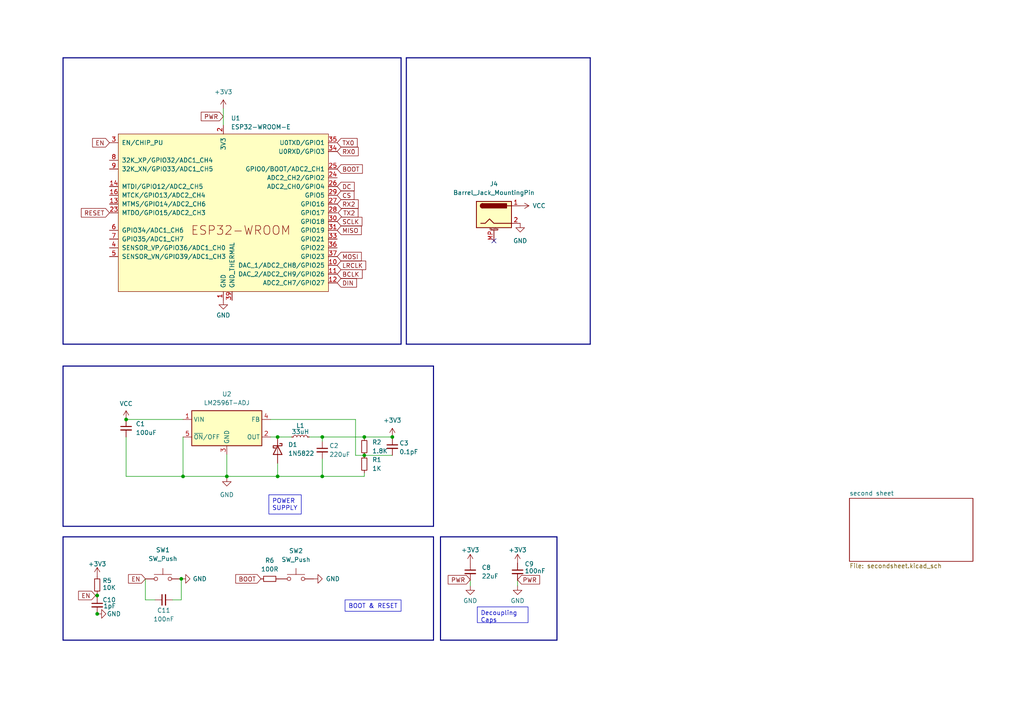
<source format=kicad_sch>
(kicad_sch (version 20230121) (generator eeschema)

  (uuid 08633711-c161-49ed-8d64-a8e5417990b6)

  (paper "A4")

  (lib_symbols
    (symbol "Connector:Barrel_Jack_MountingPin" (pin_names hide) (in_bom yes) (on_board yes)
      (property "Reference" "J" (at 0 5.334 0)
        (effects (font (size 1.27 1.27)))
      )
      (property "Value" "Barrel_Jack_MountingPin" (at 1.27 -6.35 0)
        (effects (font (size 1.27 1.27)) (justify left))
      )
      (property "Footprint" "" (at 1.27 -1.016 0)
        (effects (font (size 1.27 1.27)) hide)
      )
      (property "Datasheet" "~" (at 1.27 -1.016 0)
        (effects (font (size 1.27 1.27)) hide)
      )
      (property "ki_keywords" "DC power barrel jack connector" (at 0 0 0)
        (effects (font (size 1.27 1.27)) hide)
      )
      (property "ki_description" "DC Barrel Jack with a mounting pin" (at 0 0 0)
        (effects (font (size 1.27 1.27)) hide)
      )
      (property "ki_fp_filters" "BarrelJack*" (at 0 0 0)
        (effects (font (size 1.27 1.27)) hide)
      )
      (symbol "Barrel_Jack_MountingPin_0_1"
        (rectangle (start -5.08 3.81) (end 5.08 -3.81)
          (stroke (width 0.254) (type default))
          (fill (type background))
        )
        (arc (start -3.302 3.175) (mid -3.9343 2.54) (end -3.302 1.905)
          (stroke (width 0.254) (type default))
          (fill (type none))
        )
        (arc (start -3.302 3.175) (mid -3.9343 2.54) (end -3.302 1.905)
          (stroke (width 0.254) (type default))
          (fill (type outline))
        )
        (polyline
          (pts
            (xy 5.08 2.54)
            (xy 3.81 2.54)
          )
          (stroke (width 0.254) (type default))
          (fill (type none))
        )
        (polyline
          (pts
            (xy -3.81 -2.54)
            (xy -2.54 -2.54)
            (xy -1.27 -1.27)
            (xy 0 -2.54)
            (xy 2.54 -2.54)
            (xy 5.08 -2.54)
          )
          (stroke (width 0.254) (type default))
          (fill (type none))
        )
        (rectangle (start 3.683 3.175) (end -3.302 1.905)
          (stroke (width 0.254) (type default))
          (fill (type outline))
        )
      )
      (symbol "Barrel_Jack_MountingPin_1_1"
        (polyline
          (pts
            (xy -1.016 -4.572)
            (xy 1.016 -4.572)
          )
          (stroke (width 0.1524) (type default))
          (fill (type none))
        )
        (text "Mounting" (at 0 -4.191 0)
          (effects (font (size 0.381 0.381)))
        )
        (pin passive line (at 7.62 2.54 180) (length 2.54)
          (name "~" (effects (font (size 1.27 1.27))))
          (number "1" (effects (font (size 1.27 1.27))))
        )
        (pin passive line (at 7.62 -2.54 180) (length 2.54)
          (name "~" (effects (font (size 1.27 1.27))))
          (number "2" (effects (font (size 1.27 1.27))))
        )
        (pin passive line (at 0 -7.62 90) (length 3.048)
          (name "MountPin" (effects (font (size 1.27 1.27))))
          (number "MP" (effects (font (size 1.27 1.27))))
        )
      )
    )
    (symbol "Device:C_Small" (pin_numbers hide) (pin_names (offset 0.254) hide) (in_bom yes) (on_board yes)
      (property "Reference" "C" (at 0.254 1.778 0)
        (effects (font (size 1.27 1.27)) (justify left))
      )
      (property "Value" "C_Small" (at 0.254 -2.032 0)
        (effects (font (size 1.27 1.27)) (justify left))
      )
      (property "Footprint" "" (at 0 0 0)
        (effects (font (size 1.27 1.27)) hide)
      )
      (property "Datasheet" "~" (at 0 0 0)
        (effects (font (size 1.27 1.27)) hide)
      )
      (property "ki_keywords" "capacitor cap" (at 0 0 0)
        (effects (font (size 1.27 1.27)) hide)
      )
      (property "ki_description" "Unpolarized capacitor, small symbol" (at 0 0 0)
        (effects (font (size 1.27 1.27)) hide)
      )
      (property "ki_fp_filters" "C_*" (at 0 0 0)
        (effects (font (size 1.27 1.27)) hide)
      )
      (symbol "C_Small_0_1"
        (polyline
          (pts
            (xy -1.524 -0.508)
            (xy 1.524 -0.508)
          )
          (stroke (width 0.3302) (type default))
          (fill (type none))
        )
        (polyline
          (pts
            (xy -1.524 0.508)
            (xy 1.524 0.508)
          )
          (stroke (width 0.3048) (type default))
          (fill (type none))
        )
      )
      (symbol "C_Small_1_1"
        (pin passive line (at 0 2.54 270) (length 2.032)
          (name "~" (effects (font (size 1.27 1.27))))
          (number "1" (effects (font (size 1.27 1.27))))
        )
        (pin passive line (at 0 -2.54 90) (length 2.032)
          (name "~" (effects (font (size 1.27 1.27))))
          (number "2" (effects (font (size 1.27 1.27))))
        )
      )
    )
    (symbol "Device:L_Small" (pin_numbers hide) (pin_names (offset 0.254) hide) (in_bom yes) (on_board yes)
      (property "Reference" "L" (at 0.762 1.016 0)
        (effects (font (size 1.27 1.27)) (justify left))
      )
      (property "Value" "L_Small" (at 0.762 -1.016 0)
        (effects (font (size 1.27 1.27)) (justify left))
      )
      (property "Footprint" "" (at 0 0 0)
        (effects (font (size 1.27 1.27)) hide)
      )
      (property "Datasheet" "~" (at 0 0 0)
        (effects (font (size 1.27 1.27)) hide)
      )
      (property "ki_keywords" "inductor choke coil reactor magnetic" (at 0 0 0)
        (effects (font (size 1.27 1.27)) hide)
      )
      (property "ki_description" "Inductor, small symbol" (at 0 0 0)
        (effects (font (size 1.27 1.27)) hide)
      )
      (property "ki_fp_filters" "Choke_* *Coil* Inductor_* L_*" (at 0 0 0)
        (effects (font (size 1.27 1.27)) hide)
      )
      (symbol "L_Small_0_1"
        (arc (start 0 -2.032) (mid 0.5058 -1.524) (end 0 -1.016)
          (stroke (width 0) (type default))
          (fill (type none))
        )
        (arc (start 0 -1.016) (mid 0.5058 -0.508) (end 0 0)
          (stroke (width 0) (type default))
          (fill (type none))
        )
        (arc (start 0 0) (mid 0.5058 0.508) (end 0 1.016)
          (stroke (width 0) (type default))
          (fill (type none))
        )
        (arc (start 0 1.016) (mid 0.5058 1.524) (end 0 2.032)
          (stroke (width 0) (type default))
          (fill (type none))
        )
      )
      (symbol "L_Small_1_1"
        (pin passive line (at 0 2.54 270) (length 0.508)
          (name "~" (effects (font (size 1.27 1.27))))
          (number "1" (effects (font (size 1.27 1.27))))
        )
        (pin passive line (at 0 -2.54 90) (length 0.508)
          (name "~" (effects (font (size 1.27 1.27))))
          (number "2" (effects (font (size 1.27 1.27))))
        )
      )
    )
    (symbol "Device:R_Small" (pin_numbers hide) (pin_names (offset 0.254) hide) (in_bom yes) (on_board yes)
      (property "Reference" "R" (at 0.762 0.508 0)
        (effects (font (size 1.27 1.27)) (justify left))
      )
      (property "Value" "R_Small" (at 0.762 -1.016 0)
        (effects (font (size 1.27 1.27)) (justify left))
      )
      (property "Footprint" "" (at 0 0 0)
        (effects (font (size 1.27 1.27)) hide)
      )
      (property "Datasheet" "~" (at 0 0 0)
        (effects (font (size 1.27 1.27)) hide)
      )
      (property "ki_keywords" "R resistor" (at 0 0 0)
        (effects (font (size 1.27 1.27)) hide)
      )
      (property "ki_description" "Resistor, small symbol" (at 0 0 0)
        (effects (font (size 1.27 1.27)) hide)
      )
      (property "ki_fp_filters" "R_*" (at 0 0 0)
        (effects (font (size 1.27 1.27)) hide)
      )
      (symbol "R_Small_0_1"
        (rectangle (start -0.762 1.778) (end 0.762 -1.778)
          (stroke (width 0.2032) (type default))
          (fill (type none))
        )
      )
      (symbol "R_Small_1_1"
        (pin passive line (at 0 2.54 270) (length 0.762)
          (name "~" (effects (font (size 1.27 1.27))))
          (number "1" (effects (font (size 1.27 1.27))))
        )
        (pin passive line (at 0 -2.54 90) (length 0.762)
          (name "~" (effects (font (size 1.27 1.27))))
          (number "2" (effects (font (size 1.27 1.27))))
        )
      )
    )
    (symbol "Diode:1N5822" (pin_numbers hide) (pin_names (offset 1.016) hide) (in_bom yes) (on_board yes)
      (property "Reference" "D" (at 0 2.54 0)
        (effects (font (size 1.27 1.27)))
      )
      (property "Value" "1N5822" (at 0 -2.54 0)
        (effects (font (size 1.27 1.27)))
      )
      (property "Footprint" "Diode_THT:D_DO-201AD_P15.24mm_Horizontal" (at 0 -4.445 0)
        (effects (font (size 1.27 1.27)) hide)
      )
      (property "Datasheet" "http://www.vishay.com/docs/88526/1n5820.pdf" (at 0 0 0)
        (effects (font (size 1.27 1.27)) hide)
      )
      (property "ki_keywords" "diode Schottky" (at 0 0 0)
        (effects (font (size 1.27 1.27)) hide)
      )
      (property "ki_description" "40V 3A Schottky Barrier Rectifier Diode, DO-201AD" (at 0 0 0)
        (effects (font (size 1.27 1.27)) hide)
      )
      (property "ki_fp_filters" "D*DO?201AD*" (at 0 0 0)
        (effects (font (size 1.27 1.27)) hide)
      )
      (symbol "1N5822_0_1"
        (polyline
          (pts
            (xy 1.27 0)
            (xy -1.27 0)
          )
          (stroke (width 0) (type default))
          (fill (type none))
        )
        (polyline
          (pts
            (xy 1.27 1.27)
            (xy 1.27 -1.27)
            (xy -1.27 0)
            (xy 1.27 1.27)
          )
          (stroke (width 0.254) (type default))
          (fill (type none))
        )
        (polyline
          (pts
            (xy -1.905 0.635)
            (xy -1.905 1.27)
            (xy -1.27 1.27)
            (xy -1.27 -1.27)
            (xy -0.635 -1.27)
            (xy -0.635 -0.635)
          )
          (stroke (width 0.254) (type default))
          (fill (type none))
        )
      )
      (symbol "1N5822_1_1"
        (pin passive line (at -3.81 0 0) (length 2.54)
          (name "K" (effects (font (size 1.27 1.27))))
          (number "1" (effects (font (size 1.27 1.27))))
        )
        (pin passive line (at 3.81 0 180) (length 2.54)
          (name "A" (effects (font (size 1.27 1.27))))
          (number "2" (effects (font (size 1.27 1.27))))
        )
      )
    )
    (symbol "PCM_Espressif:ESP32-WROOM-E" (pin_names (offset 1.016)) (in_bom yes) (on_board yes)
      (property "Reference" "U" (at -30.48 27.94 0)
        (effects (font (size 1.27 1.27)) (justify left))
      )
      (property "Value" "ESP32-WROOM-E" (at -30.48 25.4 0)
        (effects (font (size 1.27 1.27)) (justify left))
      )
      (property "Footprint" "PCM_Espressif:ESP32-WROOM-32E" (at 0 -35.56 0)
        (effects (font (size 1.27 1.27)) hide)
      )
      (property "Datasheet" "https://www.espressif.com/sites/default/files/documentation/esp32-wroom-32e_esp32-wroom-32ue_datasheet_en.pdf" (at 0 -38.1 0)
        (effects (font (size 1.27 1.27)) hide)
      )
      (property "ki_keywords" "ESP32" (at 0 0 0)
        (effects (font (size 1.27 1.27)) hide)
      )
      (property "ki_description" "ESP32-WROOM-32E integrates ESP32-D0WD-V3, with higher stability and safety performance." (at 0 0 0)
        (effects (font (size 1.27 1.27)) hide)
      )
      (symbol "ESP32-WROOM-E_0_1"
        (rectangle (start -30.48 22.86) (end 30.48 -22.86)
          (stroke (width 0) (type default))
          (fill (type background))
        )
      )
      (symbol "ESP32-WROOM-E_1_1"
        (text "ESP32-­WROOM­" (at 5.08 -5.08 0)
          (effects (font (size 2.54 2.54)))
        )
        (pin power_in line (at 0 -25.4 90) (length 2.54)
          (name "GND" (effects (font (size 1.27 1.27))))
          (number "1" (effects (font (size 1.27 1.27))))
        )
        (pin bidirectional line (at 33.02 -15.24 180) (length 2.54)
          (name "DAC_1/ADC2_CH8/GPIO25" (effects (font (size 1.27 1.27))))
          (number "10" (effects (font (size 1.27 1.27))))
        )
        (pin bidirectional line (at 33.02 -17.78 180) (length 2.54)
          (name "DAC_2/ADC2_CH9/GPIO26" (effects (font (size 1.27 1.27))))
          (number "11" (effects (font (size 1.27 1.27))))
        )
        (pin bidirectional line (at 33.02 -20.32 180) (length 2.54)
          (name "ADC2_CH7/GPIO27" (effects (font (size 1.27 1.27))))
          (number "12" (effects (font (size 1.27 1.27))))
        )
        (pin bidirectional line (at -33.02 2.54 0) (length 2.54)
          (name "MTMS/GPIO14/ADC2_CH6" (effects (font (size 1.27 1.27))))
          (number "13" (effects (font (size 1.27 1.27))))
        )
        (pin bidirectional line (at -33.02 7.62 0) (length 2.54)
          (name "MTDI/GPIO12/ADC2_CH5" (effects (font (size 1.27 1.27))))
          (number "14" (effects (font (size 1.27 1.27))))
        )
        (pin passive line (at 0 -25.4 90) (length 2.54) hide
          (name "GND" (effects (font (size 1.27 1.27))))
          (number "15" (effects (font (size 1.27 1.27))))
        )
        (pin bidirectional line (at -33.02 5.08 0) (length 2.54)
          (name "MTCK/GPIO13/ADC2_CH4" (effects (font (size 1.27 1.27))))
          (number "16" (effects (font (size 1.27 1.27))))
        )
        (pin power_in line (at 0 25.4 270) (length 2.54)
          (name "3V3" (effects (font (size 1.27 1.27))))
          (number "2" (effects (font (size 1.27 1.27))))
        )
        (pin bidirectional line (at -33.02 0 0) (length 2.54)
          (name "MTDO/GPIO15/ADC2_CH3" (effects (font (size 1.27 1.27))))
          (number "23" (effects (font (size 1.27 1.27))))
        )
        (pin bidirectional line (at 33.02 10.16 180) (length 2.54)
          (name "ADC2_CH2/GPIO2" (effects (font (size 1.27 1.27))))
          (number "24" (effects (font (size 1.27 1.27))))
        )
        (pin bidirectional line (at 33.02 12.7 180) (length 2.54)
          (name "GPIO0/BOOT/ADC2_CH1" (effects (font (size 1.27 1.27))))
          (number "25" (effects (font (size 1.27 1.27))))
        )
        (pin bidirectional line (at 33.02 7.62 180) (length 2.54)
          (name "ADC2_CH0/GPIO4" (effects (font (size 1.27 1.27))))
          (number "26" (effects (font (size 1.27 1.27))))
        )
        (pin bidirectional line (at 33.02 2.54 180) (length 2.54)
          (name "GPIO16" (effects (font (size 1.27 1.27))))
          (number "27" (effects (font (size 1.27 1.27))))
        )
        (pin bidirectional line (at 33.02 0 180) (length 2.54)
          (name "GPIO17" (effects (font (size 1.27 1.27))))
          (number "28" (effects (font (size 1.27 1.27))))
        )
        (pin bidirectional line (at 33.02 5.08 180) (length 2.54)
          (name "GPIO5" (effects (font (size 1.27 1.27))))
          (number "29" (effects (font (size 1.27 1.27))))
        )
        (pin input line (at -33.02 20.32 0) (length 2.54)
          (name "EN/CHIP_PU" (effects (font (size 1.27 1.27))))
          (number "3" (effects (font (size 1.27 1.27))))
        )
        (pin bidirectional line (at 33.02 -2.54 180) (length 2.54)
          (name "GPIO18" (effects (font (size 1.27 1.27))))
          (number "30" (effects (font (size 1.27 1.27))))
        )
        (pin bidirectional line (at 33.02 -5.08 180) (length 2.54)
          (name "GPIO19" (effects (font (size 1.27 1.27))))
          (number "31" (effects (font (size 1.27 1.27))))
        )
        (pin bidirectional line (at 33.02 -7.62 180) (length 2.54)
          (name "GPIO21" (effects (font (size 1.27 1.27))))
          (number "33" (effects (font (size 1.27 1.27))))
        )
        (pin bidirectional line (at 33.02 17.78 180) (length 2.54)
          (name "U0RXD/GPIO3" (effects (font (size 1.27 1.27))))
          (number "34" (effects (font (size 1.27 1.27))))
        )
        (pin bidirectional line (at 33.02 20.32 180) (length 2.54)
          (name "U0TXD/GPIO1" (effects (font (size 1.27 1.27))))
          (number "35" (effects (font (size 1.27 1.27))))
        )
        (pin bidirectional line (at 33.02 -10.16 180) (length 2.54)
          (name "GPIO22" (effects (font (size 1.27 1.27))))
          (number "36" (effects (font (size 1.27 1.27))))
        )
        (pin bidirectional line (at 33.02 -12.7 180) (length 2.54)
          (name "GPIO23" (effects (font (size 1.27 1.27))))
          (number "37" (effects (font (size 1.27 1.27))))
        )
        (pin passive line (at 0 -25.4 90) (length 2.54) hide
          (name "GND" (effects (font (size 1.27 1.27))))
          (number "38" (effects (font (size 1.27 1.27))))
        )
        (pin power_in line (at 2.54 -25.4 90) (length 2.54)
          (name "GND_THERMAL" (effects (font (size 1.27 1.27))))
          (number "39" (effects (font (size 1.27 1.27))))
        )
        (pin input line (at -33.02 -10.16 0) (length 2.54)
          (name "SENSOR_VP/GPIO36/ADC1_CH0" (effects (font (size 1.27 1.27))))
          (number "4" (effects (font (size 1.27 1.27))))
        )
        (pin input line (at -33.02 -12.7 0) (length 2.54)
          (name "SENSOR_VN/GPIO39/ADC1_CH3" (effects (font (size 1.27 1.27))))
          (number "5" (effects (font (size 1.27 1.27))))
        )
        (pin input line (at -33.02 -5.08 0) (length 2.54)
          (name "GPIO34/ADC1_CH6" (effects (font (size 1.27 1.27))))
          (number "6" (effects (font (size 1.27 1.27))))
        )
        (pin input line (at -33.02 -7.62 0) (length 2.54)
          (name "GPIO35/ADC1_CH7" (effects (font (size 1.27 1.27))))
          (number "7" (effects (font (size 1.27 1.27))))
        )
        (pin bidirectional line (at -33.02 15.24 0) (length 2.54)
          (name "32K_XP/GPIO32/ADC1_CH4" (effects (font (size 1.27 1.27))))
          (number "8" (effects (font (size 1.27 1.27))))
        )
        (pin bidirectional line (at -33.02 12.7 0) (length 2.54)
          (name "32K_XN/GPIO33/ADC1_CH5" (effects (font (size 1.27 1.27))))
          (number "9" (effects (font (size 1.27 1.27))))
        )
      )
    )
    (symbol "Regulator_Switching:LM2596T-ADJ" (in_bom yes) (on_board yes)
      (property "Reference" "U" (at -10.16 6.35 0)
        (effects (font (size 1.27 1.27)) (justify left))
      )
      (property "Value" "LM2596T-ADJ" (at 0 6.35 0)
        (effects (font (size 1.27 1.27)) (justify left))
      )
      (property "Footprint" "Package_TO_SOT_THT:TO-220-5_P3.4x3.7mm_StaggerOdd_Lead3.8mm_Vertical" (at 1.27 -6.35 0)
        (effects (font (size 1.27 1.27) italic) (justify left) hide)
      )
      (property "Datasheet" "http://www.ti.com/lit/ds/symlink/lm2596.pdf" (at 0 0 0)
        (effects (font (size 1.27 1.27)) hide)
      )
      (property "ki_keywords" "Step-Down Voltage Regulator Adjustable 3A" (at 0 0 0)
        (effects (font (size 1.27 1.27)) hide)
      )
      (property "ki_description" "Adjustable 3A 150kHz Step-Down Voltage Regulator, TO-220" (at 0 0 0)
        (effects (font (size 1.27 1.27)) hide)
      )
      (property "ki_fp_filters" "TO?220*" (at 0 0 0)
        (effects (font (size 1.27 1.27)) hide)
      )
      (symbol "LM2596T-ADJ_0_1"
        (rectangle (start -10.16 5.08) (end 10.16 -5.08)
          (stroke (width 0.254) (type default))
          (fill (type background))
        )
      )
      (symbol "LM2596T-ADJ_1_1"
        (pin power_in line (at -12.7 2.54 0) (length 2.54)
          (name "VIN" (effects (font (size 1.27 1.27))))
          (number "1" (effects (font (size 1.27 1.27))))
        )
        (pin output line (at 12.7 -2.54 180) (length 2.54)
          (name "OUT" (effects (font (size 1.27 1.27))))
          (number "2" (effects (font (size 1.27 1.27))))
        )
        (pin power_in line (at 0 -7.62 90) (length 2.54)
          (name "GND" (effects (font (size 1.27 1.27))))
          (number "3" (effects (font (size 1.27 1.27))))
        )
        (pin input line (at 12.7 2.54 180) (length 2.54)
          (name "FB" (effects (font (size 1.27 1.27))))
          (number "4" (effects (font (size 1.27 1.27))))
        )
        (pin input line (at -12.7 -2.54 0) (length 2.54)
          (name "~{ON}/OFF" (effects (font (size 1.27 1.27))))
          (number "5" (effects (font (size 1.27 1.27))))
        )
      )
    )
    (symbol "Switch:SW_Push" (pin_numbers hide) (pin_names (offset 1.016) hide) (in_bom yes) (on_board yes)
      (property "Reference" "SW" (at 1.27 2.54 0)
        (effects (font (size 1.27 1.27)) (justify left))
      )
      (property "Value" "SW_Push" (at 0 -1.524 0)
        (effects (font (size 1.27 1.27)))
      )
      (property "Footprint" "" (at 0 5.08 0)
        (effects (font (size 1.27 1.27)) hide)
      )
      (property "Datasheet" "~" (at 0 5.08 0)
        (effects (font (size 1.27 1.27)) hide)
      )
      (property "ki_keywords" "switch normally-open pushbutton push-button" (at 0 0 0)
        (effects (font (size 1.27 1.27)) hide)
      )
      (property "ki_description" "Push button switch, generic, two pins" (at 0 0 0)
        (effects (font (size 1.27 1.27)) hide)
      )
      (symbol "SW_Push_0_1"
        (circle (center -2.032 0) (radius 0.508)
          (stroke (width 0) (type default))
          (fill (type none))
        )
        (polyline
          (pts
            (xy 0 1.27)
            (xy 0 3.048)
          )
          (stroke (width 0) (type default))
          (fill (type none))
        )
        (polyline
          (pts
            (xy 2.54 1.27)
            (xy -2.54 1.27)
          )
          (stroke (width 0) (type default))
          (fill (type none))
        )
        (circle (center 2.032 0) (radius 0.508)
          (stroke (width 0) (type default))
          (fill (type none))
        )
        (pin passive line (at -5.08 0 0) (length 2.54)
          (name "1" (effects (font (size 1.27 1.27))))
          (number "1" (effects (font (size 1.27 1.27))))
        )
        (pin passive line (at 5.08 0 180) (length 2.54)
          (name "2" (effects (font (size 1.27 1.27))))
          (number "2" (effects (font (size 1.27 1.27))))
        )
      )
    )
    (symbol "power:+3V3" (power) (pin_names (offset 0)) (in_bom yes) (on_board yes)
      (property "Reference" "#PWR" (at 0 -3.81 0)
        (effects (font (size 1.27 1.27)) hide)
      )
      (property "Value" "+3V3" (at 0 3.556 0)
        (effects (font (size 1.27 1.27)))
      )
      (property "Footprint" "" (at 0 0 0)
        (effects (font (size 1.27 1.27)) hide)
      )
      (property "Datasheet" "" (at 0 0 0)
        (effects (font (size 1.27 1.27)) hide)
      )
      (property "ki_keywords" "global power" (at 0 0 0)
        (effects (font (size 1.27 1.27)) hide)
      )
      (property "ki_description" "Power symbol creates a global label with name \"+3V3\"" (at 0 0 0)
        (effects (font (size 1.27 1.27)) hide)
      )
      (symbol "+3V3_0_1"
        (polyline
          (pts
            (xy -0.762 1.27)
            (xy 0 2.54)
          )
          (stroke (width 0) (type default))
          (fill (type none))
        )
        (polyline
          (pts
            (xy 0 0)
            (xy 0 2.54)
          )
          (stroke (width 0) (type default))
          (fill (type none))
        )
        (polyline
          (pts
            (xy 0 2.54)
            (xy 0.762 1.27)
          )
          (stroke (width 0) (type default))
          (fill (type none))
        )
      )
      (symbol "+3V3_1_1"
        (pin power_in line (at 0 0 90) (length 0) hide
          (name "+3V3" (effects (font (size 1.27 1.27))))
          (number "1" (effects (font (size 1.27 1.27))))
        )
      )
    )
    (symbol "power:GND" (power) (pin_names (offset 0)) (in_bom yes) (on_board yes)
      (property "Reference" "#PWR" (at 0 -6.35 0)
        (effects (font (size 1.27 1.27)) hide)
      )
      (property "Value" "GND" (at 0 -3.81 0)
        (effects (font (size 1.27 1.27)))
      )
      (property "Footprint" "" (at 0 0 0)
        (effects (font (size 1.27 1.27)) hide)
      )
      (property "Datasheet" "" (at 0 0 0)
        (effects (font (size 1.27 1.27)) hide)
      )
      (property "ki_keywords" "global power" (at 0 0 0)
        (effects (font (size 1.27 1.27)) hide)
      )
      (property "ki_description" "Power symbol creates a global label with name \"GND\" , ground" (at 0 0 0)
        (effects (font (size 1.27 1.27)) hide)
      )
      (symbol "GND_0_1"
        (polyline
          (pts
            (xy 0 0)
            (xy 0 -1.27)
            (xy 1.27 -1.27)
            (xy 0 -2.54)
            (xy -1.27 -1.27)
            (xy 0 -1.27)
          )
          (stroke (width 0) (type default))
          (fill (type none))
        )
      )
      (symbol "GND_1_1"
        (pin power_in line (at 0 0 270) (length 0) hide
          (name "GND" (effects (font (size 1.27 1.27))))
          (number "1" (effects (font (size 1.27 1.27))))
        )
      )
    )
    (symbol "power:VCC" (power) (pin_names (offset 0)) (in_bom yes) (on_board yes)
      (property "Reference" "#PWR" (at 0 -3.81 0)
        (effects (font (size 1.27 1.27)) hide)
      )
      (property "Value" "VCC" (at 0 3.81 0)
        (effects (font (size 1.27 1.27)))
      )
      (property "Footprint" "" (at 0 0 0)
        (effects (font (size 1.27 1.27)) hide)
      )
      (property "Datasheet" "" (at 0 0 0)
        (effects (font (size 1.27 1.27)) hide)
      )
      (property "ki_keywords" "global power" (at 0 0 0)
        (effects (font (size 1.27 1.27)) hide)
      )
      (property "ki_description" "Power symbol creates a global label with name \"VCC\"" (at 0 0 0)
        (effects (font (size 1.27 1.27)) hide)
      )
      (symbol "VCC_0_1"
        (polyline
          (pts
            (xy -0.762 1.27)
            (xy 0 2.54)
          )
          (stroke (width 0) (type default))
          (fill (type none))
        )
        (polyline
          (pts
            (xy 0 0)
            (xy 0 2.54)
          )
          (stroke (width 0) (type default))
          (fill (type none))
        )
        (polyline
          (pts
            (xy 0 2.54)
            (xy 0.762 1.27)
          )
          (stroke (width 0) (type default))
          (fill (type none))
        )
      )
      (symbol "VCC_1_1"
        (pin power_in line (at 0 0 90) (length 0) hide
          (name "VCC" (effects (font (size 1.27 1.27))))
          (number "1" (effects (font (size 1.27 1.27))))
        )
      )
    )
  )

  (junction (at 80.518 126.746) (diameter 0) (color 0 0 0 0)
    (uuid 092f3f7d-8d26-4fb7-8a84-c31e7f54af1e)
  )
  (junction (at 52.578 167.894) (diameter 0) (color 0 0 0 0)
    (uuid 1cbde5f2-b8e3-4cd9-a7be-883e34a9d84e)
  )
  (junction (at 113.792 126.746) (diameter 0) (color 0 0 0 0)
    (uuid 1fa266b7-93db-4543-9a21-34eb4dcd3628)
  )
  (junction (at 53.086 138.176) (diameter 0) (color 0 0 0 0)
    (uuid 211ecbd2-c9ee-47e3-b8fc-91c8b081ffab)
  )
  (junction (at 80.518 138.176) (diameter 0) (color 0 0 0 0)
    (uuid 376a690b-e738-496a-b165-875285e67786)
  )
  (junction (at 65.786 138.176) (diameter 0) (color 0 0 0 0)
    (uuid 4e63efec-fa2b-4a16-a5a2-6ef5285827ca)
  )
  (junction (at 36.576 121.666) (diameter 0) (color 0 0 0 0)
    (uuid 55ed7eec-363d-491b-8b12-6ade1313daef)
  )
  (junction (at 28.194 172.72) (diameter 0) (color 0 0 0 0)
    (uuid 5e4bcf0a-ab82-4ec4-8f6f-859a44526904)
  )
  (junction (at 105.664 126.746) (diameter 0) (color 0 0 0 0)
    (uuid 603cced5-0a37-4a5b-a4ef-45ac808ea297)
  )
  (junction (at 93.472 126.746) (diameter 0) (color 0 0 0 0)
    (uuid 6751c5eb-0bb0-45c1-9189-d632c65a7d4d)
  )
  (junction (at 93.472 138.176) (diameter 0) (color 0 0 0 0)
    (uuid a6847a9c-c457-4f9b-ac83-11c3b94e0050)
  )
  (junction (at 105.664 132.08) (diameter 0) (color 0 0 0 0)
    (uuid ae29883a-c0ea-4ff1-a84b-808497e15d1a)
  )
  (junction (at 28.194 178.054) (diameter 0) (color 0 0 0 0)
    (uuid f5a24e36-811f-4f34-b8e8-685269b3057a)
  )

  (no_connect (at 143.256 69.85) (uuid 9cd79fdb-75b5-47fa-8c0c-5e02bd3f8e8f))

  (wire (pts (xy 105.664 137.16) (xy 105.664 138.176))
    (stroke (width 0) (type default))
    (uuid 01a84e37-7233-4b4c-9179-f2755a8d7a38)
  )
  (wire (pts (xy 93.472 126.746) (xy 105.664 126.746))
    (stroke (width 0) (type default))
    (uuid 025d1f27-8eb8-4334-9449-27a025210948)
  )
  (bus (pts (xy 125.73 155.702) (xy 125.73 185.674))
    (stroke (width 0) (type default))
    (uuid 049152a4-a4fa-4d97-89ad-7fe5d800b281)
  )
  (bus (pts (xy 161.544 185.674) (xy 127.762 185.674))
    (stroke (width 0) (type default))
    (uuid 06eb794c-7c77-41b2-b8bc-9510479a625a)
  )

  (wire (pts (xy 42.164 173.99) (xy 44.958 173.99))
    (stroke (width 0) (type default))
    (uuid 074a06fb-7887-4926-a684-7b7d3e672a87)
  )
  (bus (pts (xy 18.288 16.764) (xy 18.288 99.822))
    (stroke (width 0) (type default))
    (uuid 08f46d17-e197-4fc3-93d2-d3aa7af4a8ac)
  )
  (bus (pts (xy 117.856 99.822) (xy 171.196 99.822))
    (stroke (width 0) (type default))
    (uuid 125d6c4c-46a0-4698-9893-d959ae651ad4)
  )
  (bus (pts (xy 116.332 99.822) (xy 116.332 16.764))
    (stroke (width 0) (type default))
    (uuid 16974483-6791-4578-905b-2acdf7d43800)
  )
  (bus (pts (xy 18.288 106.172) (xy 125.73 106.172))
    (stroke (width 0) (type default))
    (uuid 17de7708-0e7b-4787-a563-17c1bcac688b)
  )
  (bus (pts (xy 116.332 16.764) (xy 18.288 16.764))
    (stroke (width 0) (type default))
    (uuid 17f8a83b-017f-4239-9f58-0eb14a82c745)
  )
  (bus (pts (xy 18.288 99.822) (xy 116.332 99.822))
    (stroke (width 0) (type default))
    (uuid 19b264d8-7b28-490a-965f-e3574dc72a4d)
  )

  (wire (pts (xy 78.486 121.666) (xy 103.124 121.666))
    (stroke (width 0) (type default))
    (uuid 21778c0a-a2c8-4aa5-a8c6-68ae7f08a844)
  )
  (wire (pts (xy 80.518 134.366) (xy 80.518 138.176))
    (stroke (width 0) (type default))
    (uuid 28a230c8-64a8-4828-bbdd-37b4b172d630)
  )
  (wire (pts (xy 27.686 172.72) (xy 28.194 172.72))
    (stroke (width 0) (type default))
    (uuid 2a09822d-b440-4152-9506-12c668c2b5c7)
  )
  (wire (pts (xy 89.662 126.746) (xy 93.472 126.746))
    (stroke (width 0) (type default))
    (uuid 2c118d29-0ca9-4294-a6d0-d230bd50047d)
  )
  (wire (pts (xy 80.518 138.176) (xy 93.472 138.176))
    (stroke (width 0) (type default))
    (uuid 2d9f9963-7a91-498e-8acf-4775860c73ec)
  )
  (wire (pts (xy 50.038 173.99) (xy 52.578 173.99))
    (stroke (width 0) (type default))
    (uuid 30f39cfd-a6ce-4610-9f4a-aeb7bf137f63)
  )
  (wire (pts (xy 93.472 126.746) (xy 93.472 128.016))
    (stroke (width 0) (type default))
    (uuid 36ac3ed9-7967-4078-a88a-d3017dafa471)
  )
  (bus (pts (xy 117.856 16.764) (xy 117.856 99.822))
    (stroke (width 0) (type default))
    (uuid 4cb3805f-c775-442b-af62-fd3236143e68)
  )

  (wire (pts (xy 65.786 138.176) (xy 65.786 138.43))
    (stroke (width 0) (type default))
    (uuid 537eec92-b63c-4a6c-9b37-0c13d11ec1b3)
  )
  (bus (pts (xy 127.762 155.702) (xy 161.544 155.702))
    (stroke (width 0) (type default))
    (uuid 5d1a52a2-9483-43a8-a48d-d4c214ab716a)
  )

  (wire (pts (xy 103.124 121.666) (xy 103.124 132.08))
    (stroke (width 0) (type default))
    (uuid 5d530e01-8b60-43ef-853e-7e501e33c968)
  )
  (bus (pts (xy 171.196 99.822) (xy 171.196 16.764))
    (stroke (width 0) (type default))
    (uuid 5d86e78d-2635-4052-97b6-9f9c28469be1)
  )

  (wire (pts (xy 28.194 172.974) (xy 28.194 172.72))
    (stroke (width 0) (type default))
    (uuid 6230396a-5fd4-4a41-b31d-f366dafd6bf6)
  )
  (wire (pts (xy 93.472 133.096) (xy 93.472 138.176))
    (stroke (width 0) (type default))
    (uuid 68613a9a-3f4b-4840-b99a-cfbb7eebd185)
  )
  (wire (pts (xy 136.398 169.926) (xy 136.398 168.402))
    (stroke (width 0) (type default))
    (uuid 6fd50c11-de43-45d9-95a8-db152f64177e)
  )
  (wire (pts (xy 65.786 138.176) (xy 80.518 138.176))
    (stroke (width 0) (type default))
    (uuid 771f8993-607a-473c-a101-86114b6f9a0a)
  )
  (bus (pts (xy 18.288 155.702) (xy 18.288 185.674))
    (stroke (width 0) (type default))
    (uuid 7b569d59-31bd-4401-aa9e-ebe445fb0a8b)
  )

  (wire (pts (xy 36.576 121.666) (xy 53.086 121.666))
    (stroke (width 0) (type default))
    (uuid 7fd1b01f-1bb9-4678-99aa-16eb44be20e4)
  )
  (wire (pts (xy 150.114 169.926) (xy 150.114 168.402))
    (stroke (width 0) (type default))
    (uuid 83dfcca4-4768-43f7-b91a-8fe3f5a96bdb)
  )
  (bus (pts (xy 125.73 106.172) (xy 125.73 152.654))
    (stroke (width 0) (type default))
    (uuid 862465c1-4e53-495c-9c78-d4b195a4ce3c)
  )

  (wire (pts (xy 113.792 126.746) (xy 113.792 127))
    (stroke (width 0) (type default))
    (uuid 8810411a-4f02-45d8-8d0a-aeb6b0afd686)
  )
  (bus (pts (xy 125.73 152.654) (xy 18.288 152.654))
    (stroke (width 0) (type default))
    (uuid 8a524ba7-51b2-405f-a292-f0efe20e5786)
  )

  (wire (pts (xy 36.576 126.746) (xy 36.576 138.176))
    (stroke (width 0) (type default))
    (uuid 8cca592c-289d-4f59-b499-67ba2eecc57b)
  )
  (wire (pts (xy 105.664 126.746) (xy 105.664 127))
    (stroke (width 0) (type default))
    (uuid 959e6b65-226b-4203-a82b-a94b6b3cd738)
  )
  (wire (pts (xy 28.194 172.72) (xy 28.194 172.212))
    (stroke (width 0) (type default))
    (uuid a06abe5d-edf8-467f-8d64-a9de25516dc2)
  )
  (bus (pts (xy 125.73 185.674) (xy 18.288 185.674))
    (stroke (width 0) (type default))
    (uuid a40e49c5-e2c8-456e-93d1-2d6e23125a02)
  )

  (wire (pts (xy 103.124 132.08) (xy 105.664 132.08))
    (stroke (width 0) (type default))
    (uuid a8505236-8a58-467b-a91f-69d351bc62bd)
  )
  (wire (pts (xy 42.164 167.894) (xy 42.164 173.99))
    (stroke (width 0) (type default))
    (uuid a92558b0-1f25-49dc-9976-9d7a9ce31451)
  )
  (wire (pts (xy 105.664 126.746) (xy 113.792 126.746))
    (stroke (width 0) (type default))
    (uuid ab97f672-b935-44f2-921d-9aa95a491e4f)
  )
  (wire (pts (xy 53.086 138.176) (xy 65.786 138.176))
    (stroke (width 0) (type default))
    (uuid b3016294-61b1-4bc0-92ff-4eadf8068b0c)
  )
  (wire (pts (xy 36.576 138.176) (xy 53.086 138.176))
    (stroke (width 0) (type default))
    (uuid b41ff556-3562-43f3-a941-e72d0a09d65a)
  )
  (wire (pts (xy 80.518 126.746) (xy 84.582 126.746))
    (stroke (width 0) (type default))
    (uuid b9187f72-b95b-496c-9642-48db9c0d5953)
  )
  (wire (pts (xy 78.486 126.746) (xy 80.518 126.746))
    (stroke (width 0) (type default))
    (uuid bab9799c-fe77-4404-94ae-40382d1d6743)
  )
  (bus (pts (xy 117.856 16.764) (xy 171.196 16.764))
    (stroke (width 0) (type default))
    (uuid bc849690-5536-42d1-b16a-ac052ab893cf)
  )
  (bus (pts (xy 18.288 155.702) (xy 125.73 155.702))
    (stroke (width 0) (type default))
    (uuid bd9c6f75-6274-4065-8787-a1c989f8bb60)
  )

  (wire (pts (xy 28.194 178.054) (xy 28.194 177.292))
    (stroke (width 0) (type default))
    (uuid d06b7e87-f7b1-40c2-9192-44b45e4a14c5)
  )
  (wire (pts (xy 53.086 126.746) (xy 53.086 138.176))
    (stroke (width 0) (type default))
    (uuid d87387a3-7859-4cad-a403-f0afe6a30601)
  )
  (wire (pts (xy 52.578 173.99) (xy 52.578 167.894))
    (stroke (width 0) (type default))
    (uuid d9bd94f3-6c14-490b-a2bd-23cb5e455f1d)
  )
  (bus (pts (xy 161.544 155.702) (xy 161.544 185.674))
    (stroke (width 0) (type default))
    (uuid db6d0b68-e020-44ed-a1ac-ce9561efb222)
  )

  (wire (pts (xy 105.664 132.08) (xy 113.792 132.08))
    (stroke (width 0) (type default))
    (uuid def6812b-a668-4004-9152-c197a62894be)
  )
  (wire (pts (xy 64.77 31.496) (xy 64.77 36.322))
    (stroke (width 0) (type default))
    (uuid e09d7a3c-114d-4a4d-a33c-e206816a580f)
  )
  (bus (pts (xy 127.762 155.702) (xy 127.762 185.674))
    (stroke (width 0) (type default))
    (uuid e12e64af-d91a-4f08-9f9c-222e86bbe349)
  )

  (wire (pts (xy 93.472 138.176) (xy 105.664 138.176))
    (stroke (width 0) (type default))
    (uuid f04889e6-9b25-41a7-96c2-d44c608e838b)
  )
  (wire (pts (xy 52.324 167.894) (xy 52.578 167.894))
    (stroke (width 0) (type default))
    (uuid fb5a4865-6200-48df-b2e5-2d0d3fca3bbf)
  )
  (wire (pts (xy 65.786 131.826) (xy 65.786 138.176))
    (stroke (width 0) (type default))
    (uuid fecd4adb-d276-44e8-989e-1c074c20a0d2)
  )
  (bus (pts (xy 18.288 106.172) (xy 18.288 152.654))
    (stroke (width 0) (type default))
    (uuid ff22280e-2ed2-487a-b048-81a2ee88422c)
  )

  (text_box "BOOT & RESET "
    (at 100.076 173.99 0) (size 16.256 3.302)
    (stroke (width 0) (type default))
    (fill (type none))
    (effects (font (size 1.27 1.27)) (justify left top))
    (uuid 800e81da-0c5b-4a27-8b7b-02017238ff57)
  )
  (text_box "Decoupling Caps\n"
    (at 138.43 176.022 0) (size 14.732 4.572)
    (stroke (width 0) (type default))
    (fill (type none))
    (effects (font (size 1.27 1.27)) (justify left top))
    (uuid 85cb044e-7e22-4189-8aeb-e3b63ab0a672)
  )
  (text_box "POWER SUPPLY"
    (at 77.978 143.51 0) (size 9.398 5.588)
    (stroke (width 0) (type default))
    (fill (type none))
    (effects (font (size 1.27 1.27)) (justify left top))
    (uuid fb0bde3c-45a4-4cad-b625-93405de6d776)
  )

  (global_label "BOOT" (shape input) (at 97.79 49.022 0) (fields_autoplaced)
    (effects (font (size 1.27 1.27)) (justify left))
    (uuid 28c3abe0-4b41-431c-848b-1587988e251f)
    (property "Intersheetrefs" "${INTERSHEET_REFS}" (at 105.6738 49.022 0)
      (effects (font (size 1.27 1.27)) (justify left) hide)
    )
  )
  (global_label "EN" (shape input) (at 31.75 41.402 180) (fields_autoplaced)
    (effects (font (size 1.27 1.27)) (justify right))
    (uuid 348f48fe-c510-443c-88f3-0f88637a9452)
    (property "Intersheetrefs" "${INTERSHEET_REFS}" (at 26.2853 41.402 0)
      (effects (font (size 1.27 1.27)) (justify right) hide)
    )
  )
  (global_label "TX2" (shape input) (at 98.044 61.722 0) (fields_autoplaced)
    (effects (font (size 1.27 1.27)) (justify left))
    (uuid 3feb5cd3-d019-4832-afb5-79d98a173dcd)
    (property "Intersheetrefs" "${INTERSHEET_REFS}" (at 104.4158 61.722 0)
      (effects (font (size 1.27 1.27)) (justify left) hide)
    )
  )
  (global_label "DC" (shape input) (at 97.79 54.102 0) (fields_autoplaced)
    (effects (font (size 1.27 1.27)) (justify left))
    (uuid 460f2ea4-fad6-4c0a-ab87-e3e4cfc20374)
    (property "Intersheetrefs" "${INTERSHEET_REFS}" (at 103.3152 54.102 0)
      (effects (font (size 1.27 1.27)) (justify left) hide)
    )
  )
  (global_label "PWR" (shape input) (at 150.114 168.148 0) (fields_autoplaced)
    (effects (font (size 1.27 1.27)) (justify left))
    (uuid 4e556ae5-aa36-4a35-b532-9a9bcd80c766)
    (property "Intersheetrefs" "${INTERSHEET_REFS}" (at 157.0906 168.148 0)
      (effects (font (size 1.27 1.27)) (justify left) hide)
    )
  )
  (global_label "BCLK" (shape input) (at 97.79 79.502 0) (fields_autoplaced)
    (effects (font (size 1.27 1.27)) (justify left))
    (uuid 4fce18a9-b936-4fa7-8d83-ab46f4ebf01a)
    (property "Intersheetrefs" "${INTERSHEET_REFS}" (at 105.6133 79.502 0)
      (effects (font (size 1.27 1.27)) (justify left) hide)
    )
  )
  (global_label "MOSI" (shape input) (at 97.79 74.422 0) (fields_autoplaced)
    (effects (font (size 1.27 1.27)) (justify left))
    (uuid 53862f80-c2cc-4f7f-b1aa-70971eae8d8c)
    (property "Intersheetrefs" "${INTERSHEET_REFS}" (at 105.3714 74.422 0)
      (effects (font (size 1.27 1.27)) (justify left) hide)
    )
  )
  (global_label "LRCLK" (shape input) (at 97.79 76.962 0) (fields_autoplaced)
    (effects (font (size 1.27 1.27)) (justify left))
    (uuid 5dd07249-3174-42bb-ac06-a5df7c51eb68)
    (property "Intersheetrefs" "${INTERSHEET_REFS}" (at 106.6414 76.962 0)
      (effects (font (size 1.27 1.27)) (justify left) hide)
    )
  )
  (global_label "MISO" (shape input) (at 97.79 66.802 0) (fields_autoplaced)
    (effects (font (size 1.27 1.27)) (justify left))
    (uuid 5f280668-50c7-4f60-a675-37a2d5a636ee)
    (property "Intersheetrefs" "${INTERSHEET_REFS}" (at 105.3714 66.802 0)
      (effects (font (size 1.27 1.27)) (justify left) hide)
    )
  )
  (global_label "RX0" (shape input) (at 97.79 43.942 0) (fields_autoplaced)
    (effects (font (size 1.27 1.27)) (justify left))
    (uuid 621ea125-543d-4778-b2c9-25b302b2c538)
    (property "Intersheetrefs" "${INTERSHEET_REFS}" (at 104.4642 43.942 0)
      (effects (font (size 1.27 1.27)) (justify left) hide)
    )
  )
  (global_label "PWR" (shape input) (at 64.77 33.782 180) (fields_autoplaced)
    (effects (font (size 1.27 1.27)) (justify right))
    (uuid 6ad6369d-c256-4e98-b4cc-c32a4a254fbc)
    (property "Intersheetrefs" "${INTERSHEET_REFS}" (at 57.7934 33.782 0)
      (effects (font (size 1.27 1.27)) (justify right) hide)
    )
  )
  (global_label "TX0" (shape input) (at 97.79 41.402 0) (fields_autoplaced)
    (effects (font (size 1.27 1.27)) (justify left))
    (uuid 725bec51-439b-4876-8444-fbf35069b0b8)
    (property "Intersheetrefs" "${INTERSHEET_REFS}" (at 104.1618 41.402 0)
      (effects (font (size 1.27 1.27)) (justify left) hide)
    )
  )
  (global_label "RESET" (shape input) (at 31.75 61.722 180) (fields_autoplaced)
    (effects (font (size 1.27 1.27)) (justify right))
    (uuid 743a1593-b0b5-46dc-a661-32943099c54a)
    (property "Intersheetrefs" "${INTERSHEET_REFS}" (at 23.0197 61.722 0)
      (effects (font (size 1.27 1.27)) (justify right) hide)
    )
  )
  (global_label "CS" (shape input) (at 97.79 56.642 0) (fields_autoplaced)
    (effects (font (size 1.27 1.27)) (justify left))
    (uuid 9ad0f2b3-182f-465c-8e49-63bf93290c9b)
    (property "Intersheetrefs" "${INTERSHEET_REFS}" (at 103.2547 56.642 0)
      (effects (font (size 1.27 1.27)) (justify left) hide)
    )
  )
  (global_label "PWR" (shape input) (at 136.398 168.148 180) (fields_autoplaced)
    (effects (font (size 1.27 1.27)) (justify right))
    (uuid ae64b035-8eb2-4aee-ac06-6dc65e135f7d)
    (property "Intersheetrefs" "${INTERSHEET_REFS}" (at 129.4214 168.148 0)
      (effects (font (size 1.27 1.27)) (justify right) hide)
    )
  )
  (global_label "BOOT" (shape input) (at 75.692 167.894 180) (fields_autoplaced)
    (effects (font (size 1.27 1.27)) (justify right))
    (uuid ce986315-aaf2-4bd6-89f5-4873bc73f574)
    (property "Intersheetrefs" "${INTERSHEET_REFS}" (at 67.8082 167.894 0)
      (effects (font (size 1.27 1.27)) (justify right) hide)
    )
  )
  (global_label "EN" (shape input) (at 42.164 167.894 180) (fields_autoplaced)
    (effects (font (size 1.27 1.27)) (justify right))
    (uuid d6705b73-b89c-4149-97c0-8a3580737abb)
    (property "Intersheetrefs" "${INTERSHEET_REFS}" (at 36.6993 167.894 0)
      (effects (font (size 1.27 1.27)) (justify right) hide)
    )
  )
  (global_label "RX2" (shape input) (at 97.79 59.182 0) (fields_autoplaced)
    (effects (font (size 1.27 1.27)) (justify left))
    (uuid d777a385-e213-4b20-bea1-2029396806b1)
    (property "Intersheetrefs" "${INTERSHEET_REFS}" (at 104.4642 59.182 0)
      (effects (font (size 1.27 1.27)) (justify left) hide)
    )
  )
  (global_label "SCLK" (shape input) (at 97.79 64.262 0) (fields_autoplaced)
    (effects (font (size 1.27 1.27)) (justify left))
    (uuid d9ebea8c-74f7-4bc9-a0bf-c1f5dde3ac47)
    (property "Intersheetrefs" "${INTERSHEET_REFS}" (at 105.5528 64.262 0)
      (effects (font (size 1.27 1.27)) (justify left) hide)
    )
  )
  (global_label "DIN" (shape input) (at 97.79 82.042 0) (fields_autoplaced)
    (effects (font (size 1.27 1.27)) (justify left))
    (uuid f7df6dd4-2470-4ccf-b51e-c1388da23412)
    (property "Intersheetrefs" "${INTERSHEET_REFS}" (at 103.9805 82.042 0)
      (effects (font (size 1.27 1.27)) (justify left) hide)
    )
  )
  (global_label "EN" (shape input) (at 27.686 172.72 180) (fields_autoplaced)
    (effects (font (size 1.27 1.27)) (justify right))
    (uuid ff84c894-7008-4a9e-a62e-410808fb3f4f)
    (property "Intersheetrefs" "${INTERSHEET_REFS}" (at 22.2213 172.72 0)
      (effects (font (size 1.27 1.27)) (justify right) hide)
    )
  )

  (symbol (lib_id "Regulator_Switching:LM2596T-ADJ") (at 65.786 124.206 0) (unit 1)
    (in_bom yes) (on_board yes) (dnp no) (fields_autoplaced)
    (uuid 097d7ad4-3ead-4df6-aadb-70eedff61841)
    (property "Reference" "U2" (at 65.786 114.3 0)
      (effects (font (size 1.27 1.27)))
    )
    (property "Value" "LM2596T-ADJ" (at 65.786 116.84 0)
      (effects (font (size 1.27 1.27)))
    )
    (property "Footprint" "Package_TO_SOT_THT:TO-220-5_Vertical" (at 67.056 130.556 0)
      (effects (font (size 1.27 1.27) italic) (justify left) hide)
    )
    (property "Datasheet" "http://www.ti.com/lit/ds/symlink/lm2596.pdf" (at 65.786 124.206 0)
      (effects (font (size 1.27 1.27)) hide)
    )
    (pin "1" (uuid e9c31609-0f16-4fc0-9051-92a8df2a51db))
    (pin "2" (uuid f7e13ba8-f240-412d-b077-455bc93d46d1))
    (pin "3" (uuid 48b68f69-6e12-4035-93a7-23cca8cd9b1e))
    (pin "4" (uuid ae0c13ef-fb4c-4b96-bb05-3cfd93e545e8))
    (pin "5" (uuid 187935a8-8bb4-4f42-a104-8c1c8c886ff9))
    (instances
      (project "esp32_smth"
        (path "/08633711-c161-49ed-8d64-a8e5417990b6"
          (reference "U2") (unit 1)
        )
      )
    )
  )

  (symbol (lib_id "power:+3V3") (at 64.77 31.496 0) (unit 1)
    (in_bom yes) (on_board yes) (dnp no)
    (uuid 130e194e-5027-4630-9bcc-78fdb1dcfb83)
    (property "Reference" "#PWR01" (at 64.77 35.306 0)
      (effects (font (size 1.27 1.27)) hide)
    )
    (property "Value" "+3V3" (at 64.77 26.67 0)
      (effects (font (size 1.27 1.27)))
    )
    (property "Footprint" "" (at 64.77 31.496 0)
      (effects (font (size 1.27 1.27)) hide)
    )
    (property "Datasheet" "" (at 64.77 31.496 0)
      (effects (font (size 1.27 1.27)) hide)
    )
    (pin "1" (uuid ee36a40d-01b9-4a81-b486-49e61e0e031a))
    (instances
      (project "esp32_smth"
        (path "/08633711-c161-49ed-8d64-a8e5417990b6"
          (reference "#PWR01") (unit 1)
        )
      )
    )
  )

  (symbol (lib_id "power:GND") (at 150.876 64.77 0) (unit 1)
    (in_bom yes) (on_board yes) (dnp no) (fields_autoplaced)
    (uuid 23c286ee-7417-4665-a21a-bed09eeab8c0)
    (property "Reference" "#PWR029" (at 150.876 71.12 0)
      (effects (font (size 1.27 1.27)) hide)
    )
    (property "Value" "GND" (at 150.876 69.85 0)
      (effects (font (size 1.27 1.27)))
    )
    (property "Footprint" "" (at 150.876 64.77 0)
      (effects (font (size 1.27 1.27)) hide)
    )
    (property "Datasheet" "" (at 150.876 64.77 0)
      (effects (font (size 1.27 1.27)) hide)
    )
    (pin "1" (uuid 24629819-b92d-434b-bf0f-7cd920b5e3fe))
    (instances
      (project "esp32_smth"
        (path "/08633711-c161-49ed-8d64-a8e5417990b6"
          (reference "#PWR029") (unit 1)
        )
      )
    )
  )

  (symbol (lib_id "PCM_Espressif:ESP32-WROOM-E") (at 64.77 61.722 0) (unit 1)
    (in_bom yes) (on_board yes) (dnp no) (fields_autoplaced)
    (uuid 286477a4-03a2-4b8e-8ef5-39d4da1bfa19)
    (property "Reference" "U1" (at 66.9641 34.29 0)
      (effects (font (size 1.27 1.27)) (justify left))
    )
    (property "Value" "ESP32-WROOM-E" (at 66.9641 36.83 0)
      (effects (font (size 1.27 1.27)) (justify left))
    )
    (property "Footprint" "PCM_Espressif:ESP32-WROOM-32E" (at 64.77 97.282 0)
      (effects (font (size 1.27 1.27)) hide)
    )
    (property "Datasheet" "https://www.espressif.com/sites/default/files/documentation/esp32-wroom-32e_esp32-wroom-32ue_datasheet_en.pdf" (at 64.77 99.822 0)
      (effects (font (size 1.27 1.27)) hide)
    )
    (pin "1" (uuid eb066612-5f4e-4e8f-a1fe-b73cf918c9b6))
    (pin "10" (uuid 966dbf51-5ed0-46fe-a7a8-687793a28162))
    (pin "11" (uuid d345fc49-51e0-4c67-8bb8-14c6401e6fe2))
    (pin "12" (uuid 4322b711-5e2f-4fde-9b8f-879f13407fa8))
    (pin "13" (uuid 6d0a0b32-f905-44a4-999d-b7ee8d460586))
    (pin "14" (uuid 89b2cf19-b42c-48c4-9311-6c8a2a056694))
    (pin "15" (uuid 6fa0a473-d21f-4a3a-a50a-0d4ed49ecf7c))
    (pin "16" (uuid 7b0285ac-04ef-4d95-ad33-ea79e34fc07e))
    (pin "2" (uuid be2e5c85-0e07-44a0-8e53-94ac3b671b9c))
    (pin "23" (uuid 6297c45a-4dc4-44b1-aa0d-1c59c46f6f50))
    (pin "24" (uuid 1c4adcc0-25c3-4975-a58e-413e33a309ee))
    (pin "25" (uuid 15894f95-a4b0-4c87-ad12-676861aebe67))
    (pin "26" (uuid 6b052bf8-005b-4716-b271-6c63017530fd))
    (pin "27" (uuid 4ea40aac-8804-44ea-9cf2-a2de73877528))
    (pin "28" (uuid 2ae09249-3748-4fca-8007-7ca298b38280))
    (pin "29" (uuid 96b17e27-73cd-4f85-b42e-d5230d60c6ac))
    (pin "3" (uuid 877b2e91-893a-46b5-869b-bfb58997b26a))
    (pin "30" (uuid 70b7b7f7-beb5-411a-ac7f-ad1786e2ba22))
    (pin "31" (uuid 58501300-0356-4ae5-928d-c38da48773bd))
    (pin "33" (uuid 14360f04-3748-4f73-8fce-e1b867cc0816))
    (pin "34" (uuid 388b2ffc-ccac-4c9d-b399-a454464d086e))
    (pin "35" (uuid 82cd29ec-ce5b-48d5-9b5e-e1d10d193b6a))
    (pin "36" (uuid 95bf0962-7ebf-478e-a763-06a792720993))
    (pin "37" (uuid cb2d6c14-bb8f-4188-b044-7824b681e89c))
    (pin "38" (uuid dd2e9418-7e91-476d-809b-fb5bff573582))
    (pin "39" (uuid 83e8f589-7775-40cf-8e78-f54f7d456b90))
    (pin "4" (uuid e890880c-0009-4c9e-b5ee-7b5b4ef38de7))
    (pin "5" (uuid e520ca87-3d3e-44cd-95bb-7e3739bc4c1b))
    (pin "6" (uuid f711a51c-a4aa-4c4d-b978-7de344c5d33a))
    (pin "7" (uuid d427e908-c1ca-4981-a6d9-40bdd7926b4e))
    (pin "8" (uuid 050d35b3-d469-4447-8621-431fb7c87d13))
    (pin "9" (uuid 7d44dc42-291b-4090-a89b-6a598cbabe0e))
    (instances
      (project "esp32_smth"
        (path "/08633711-c161-49ed-8d64-a8e5417990b6"
          (reference "U1") (unit 1)
        )
      )
    )
  )

  (symbol (lib_id "power:+3V3") (at 136.398 163.322 0) (unit 1)
    (in_bom yes) (on_board yes) (dnp no)
    (uuid 374e2878-da3b-4459-8fa4-16ac614173ae)
    (property "Reference" "#PWR015" (at 136.398 167.132 0)
      (effects (font (size 1.27 1.27)) hide)
    )
    (property "Value" "+3V3" (at 136.398 159.512 0)
      (effects (font (size 1.27 1.27)))
    )
    (property "Footprint" "" (at 136.398 163.322 0)
      (effects (font (size 1.27 1.27)) hide)
    )
    (property "Datasheet" "" (at 136.398 163.322 0)
      (effects (font (size 1.27 1.27)) hide)
    )
    (pin "1" (uuid b2035d31-9bdf-455c-9eb2-86fdbb18060b))
    (instances
      (project "esp32_smth"
        (path "/08633711-c161-49ed-8d64-a8e5417990b6"
          (reference "#PWR015") (unit 1)
        )
      )
    )
  )

  (symbol (lib_id "Device:C_Small") (at 36.576 124.206 0) (unit 1)
    (in_bom yes) (on_board yes) (dnp no) (fields_autoplaced)
    (uuid 39a7697d-b276-4007-9ecc-ddccc9948a7a)
    (property "Reference" "C1" (at 39.37 122.9423 0)
      (effects (font (size 1.27 1.27)) (justify left))
    )
    (property "Value" "100uF" (at 39.37 125.4823 0)
      (effects (font (size 1.27 1.27)) (justify left))
    )
    (property "Footprint" "Capacitor_SMD:C_1206_3216Metric_Pad1.33x1.80mm_HandSolder" (at 36.576 124.206 0)
      (effects (font (size 1.27 1.27)) hide)
    )
    (property "Datasheet" "~" (at 36.576 124.206 0)
      (effects (font (size 1.27 1.27)) hide)
    )
    (pin "1" (uuid 20de3d6a-ffa0-4086-baa0-a9cc5d8eddd8))
    (pin "2" (uuid 35651990-18c2-4586-8833-6de4bda252db))
    (instances
      (project "esp32_smth"
        (path "/08633711-c161-49ed-8d64-a8e5417990b6"
          (reference "C1") (unit 1)
        )
      )
    )
  )

  (symbol (lib_id "Device:R_Small") (at 78.232 167.894 90) (unit 1)
    (in_bom yes) (on_board yes) (dnp no) (fields_autoplaced)
    (uuid 3b5c4617-aa35-4aa7-9312-4d129f4ffb75)
    (property "Reference" "R6" (at 78.232 162.56 90)
      (effects (font (size 1.27 1.27)))
    )
    (property "Value" "100R" (at 78.232 165.1 90)
      (effects (font (size 1.27 1.27)))
    )
    (property "Footprint" "Resistor_SMD:R_1206_3216Metric_Pad1.30x1.75mm_HandSolder" (at 78.232 167.894 0)
      (effects (font (size 1.27 1.27)) hide)
    )
    (property "Datasheet" "~" (at 78.232 167.894 0)
      (effects (font (size 1.27 1.27)) hide)
    )
    (pin "1" (uuid a3df4f4c-79e3-479f-b97e-2dfbbe4c48e2))
    (pin "2" (uuid 4593a07c-9eea-4ac8-951b-95d9977eb6e9))
    (instances
      (project "esp32_smth"
        (path "/08633711-c161-49ed-8d64-a8e5417990b6"
          (reference "R6") (unit 1)
        )
      )
    )
  )

  (symbol (lib_id "Device:R_Small") (at 105.664 129.54 0) (unit 1)
    (in_bom yes) (on_board yes) (dnp no) (fields_autoplaced)
    (uuid 3f44210b-bea6-4775-8f00-d14698a2c993)
    (property "Reference" "R2" (at 107.95 128.27 0)
      (effects (font (size 1.27 1.27)) (justify left))
    )
    (property "Value" "1.8K" (at 107.95 130.81 0)
      (effects (font (size 1.27 1.27)) (justify left))
    )
    (property "Footprint" "Resistor_SMD:R_1206_3216Metric_Pad1.30x1.75mm_HandSolder" (at 105.664 129.54 0)
      (effects (font (size 1.27 1.27)) hide)
    )
    (property "Datasheet" "~" (at 105.664 129.54 0)
      (effects (font (size 1.27 1.27)) hide)
    )
    (pin "1" (uuid 36dde334-9ccf-4d63-9f85-652bf61ef347))
    (pin "2" (uuid 34f66fbc-4ee4-4f8d-b7a6-290386e0cf5b))
    (instances
      (project "esp32_smth"
        (path "/08633711-c161-49ed-8d64-a8e5417990b6"
          (reference "R2") (unit 1)
        )
      )
    )
  )

  (symbol (lib_id "power:GND") (at 150.114 169.926 0) (unit 1)
    (in_bom yes) (on_board yes) (dnp no) (fields_autoplaced)
    (uuid 48421536-602e-4dda-8117-cd9218f5a845)
    (property "Reference" "#PWR018" (at 150.114 176.276 0)
      (effects (font (size 1.27 1.27)) hide)
    )
    (property "Value" "GND" (at 150.114 174.244 0)
      (effects (font (size 1.27 1.27)))
    )
    (property "Footprint" "" (at 150.114 169.926 0)
      (effects (font (size 1.27 1.27)) hide)
    )
    (property "Datasheet" "" (at 150.114 169.926 0)
      (effects (font (size 1.27 1.27)) hide)
    )
    (pin "1" (uuid 1f530392-784d-481a-b397-743b661817cd))
    (instances
      (project "esp32_smth"
        (path "/08633711-c161-49ed-8d64-a8e5417990b6"
          (reference "#PWR018") (unit 1)
        )
      )
    )
  )

  (symbol (lib_id "power:GND") (at 64.77 87.122 0) (unit 1)
    (in_bom yes) (on_board yes) (dnp no) (fields_autoplaced)
    (uuid 5259e2bd-b634-4cba-9aa3-44625e8c8b30)
    (property "Reference" "#PWR02" (at 64.77 93.472 0)
      (effects (font (size 1.27 1.27)) hide)
    )
    (property "Value" "GND" (at 64.77 91.44 0)
      (effects (font (size 1.27 1.27)))
    )
    (property "Footprint" "" (at 64.77 87.122 0)
      (effects (font (size 1.27 1.27)) hide)
    )
    (property "Datasheet" "" (at 64.77 87.122 0)
      (effects (font (size 1.27 1.27)) hide)
    )
    (pin "1" (uuid 3956b170-f7a4-4b9d-8bb1-b27b9c33698b))
    (instances
      (project "esp32_smth"
        (path "/08633711-c161-49ed-8d64-a8e5417990b6"
          (reference "#PWR02") (unit 1)
        )
      )
    )
  )

  (symbol (lib_id "power:+3V3") (at 150.114 163.322 0) (unit 1)
    (in_bom yes) (on_board yes) (dnp no)
    (uuid 52c547ac-2b5a-476d-9c20-a6a91141d494)
    (property "Reference" "#PWR016" (at 150.114 167.132 0)
      (effects (font (size 1.27 1.27)) hide)
    )
    (property "Value" "+3V3" (at 150.114 159.512 0)
      (effects (font (size 1.27 1.27)))
    )
    (property "Footprint" "" (at 150.114 163.322 0)
      (effects (font (size 1.27 1.27)) hide)
    )
    (property "Datasheet" "" (at 150.114 163.322 0)
      (effects (font (size 1.27 1.27)) hide)
    )
    (pin "1" (uuid ab34956d-c729-4058-8703-48d2fb295c97))
    (instances
      (project "esp32_smth"
        (path "/08633711-c161-49ed-8d64-a8e5417990b6"
          (reference "#PWR016") (unit 1)
        )
      )
    )
  )

  (symbol (lib_id "power:GND") (at 52.578 167.894 90) (unit 1)
    (in_bom yes) (on_board yes) (dnp no) (fields_autoplaced)
    (uuid 600d7bf7-76df-4645-8990-7e0d9e30af45)
    (property "Reference" "#PWR021" (at 58.928 167.894 0)
      (effects (font (size 1.27 1.27)) hide)
    )
    (property "Value" "GND" (at 55.88 167.894 90)
      (effects (font (size 1.27 1.27)) (justify right))
    )
    (property "Footprint" "" (at 52.578 167.894 0)
      (effects (font (size 1.27 1.27)) hide)
    )
    (property "Datasheet" "" (at 52.578 167.894 0)
      (effects (font (size 1.27 1.27)) hide)
    )
    (pin "1" (uuid 5befeff9-dd84-4201-b4e7-e1b0e3473ae5))
    (instances
      (project "esp32_smth"
        (path "/08633711-c161-49ed-8d64-a8e5417990b6"
          (reference "#PWR021") (unit 1)
        )
      )
    )
  )

  (symbol (lib_id "power:GND") (at 28.194 178.054 90) (unit 1)
    (in_bom yes) (on_board yes) (dnp no)
    (uuid 622a4cd3-b7f7-4c80-a2bf-3003bdfacd18)
    (property "Reference" "#PWR020" (at 34.544 178.054 0)
      (effects (font (size 1.27 1.27)) hide)
    )
    (property "Value" "GND" (at 30.988 178.054 90)
      (effects (font (size 1.27 1.27)) (justify right))
    )
    (property "Footprint" "" (at 28.194 178.054 0)
      (effects (font (size 1.27 1.27)) hide)
    )
    (property "Datasheet" "" (at 28.194 178.054 0)
      (effects (font (size 1.27 1.27)) hide)
    )
    (pin "1" (uuid e3094634-ba36-474c-8536-1ee2ae842653))
    (instances
      (project "esp32_smth"
        (path "/08633711-c161-49ed-8d64-a8e5417990b6"
          (reference "#PWR020") (unit 1)
        )
      )
    )
  )

  (symbol (lib_id "Device:L_Small") (at 87.122 126.746 90) (unit 1)
    (in_bom yes) (on_board yes) (dnp no)
    (uuid 6355db8c-52db-4c1a-86db-aea2d1e5c043)
    (property "Reference" "L1" (at 87.122 123.444 90)
      (effects (font (size 1.27 1.27)))
    )
    (property "Value" "33uH" (at 87.122 125.222 90)
      (effects (font (size 1.27 1.27)))
    )
    (property "Footprint" "Inductor_SMD:L_1206_3216Metric_Pad1.42x1.75mm_HandSolder" (at 87.122 126.746 0)
      (effects (font (size 1.27 1.27)) hide)
    )
    (property "Datasheet" "~" (at 87.122 126.746 0)
      (effects (font (size 1.27 1.27)) hide)
    )
    (pin "1" (uuid c368f9ce-7bec-4dfd-9112-6b2b2b3941b1))
    (pin "2" (uuid a8fcf747-28bb-45bf-aa6b-f91731721ff0))
    (instances
      (project "esp32_smth"
        (path "/08633711-c161-49ed-8d64-a8e5417990b6"
          (reference "L1") (unit 1)
        )
      )
    )
  )

  (symbol (lib_id "Device:R_Small") (at 105.664 134.62 0) (unit 1)
    (in_bom yes) (on_board yes) (dnp no) (fields_autoplaced)
    (uuid 642105a0-4e69-4784-92f8-6b3b8c0cbede)
    (property "Reference" "R1" (at 107.95 133.35 0)
      (effects (font (size 1.27 1.27)) (justify left))
    )
    (property "Value" "1K" (at 107.95 135.89 0)
      (effects (font (size 1.27 1.27)) (justify left))
    )
    (property "Footprint" "Resistor_SMD:R_1206_3216Metric_Pad1.30x1.75mm_HandSolder" (at 105.664 134.62 0)
      (effects (font (size 1.27 1.27)) hide)
    )
    (property "Datasheet" "~" (at 105.664 134.62 0)
      (effects (font (size 1.27 1.27)) hide)
    )
    (pin "1" (uuid 05d24104-0241-4ef1-96ae-6272a3c6c457))
    (pin "2" (uuid 7718fd7c-30c9-4e13-a64c-472287fb61b3))
    (instances
      (project "esp32_smth"
        (path "/08633711-c161-49ed-8d64-a8e5417990b6"
          (reference "R1") (unit 1)
        )
      )
    )
  )

  (symbol (lib_id "Device:C_Small") (at 47.498 173.99 90) (unit 1)
    (in_bom yes) (on_board yes) (dnp no)
    (uuid 6fa35bfa-234d-48b6-a44d-691c8e3ce9e4)
    (property "Reference" "C11" (at 47.498 177.038 90)
      (effects (font (size 1.27 1.27)))
    )
    (property "Value" "100nF" (at 47.498 179.578 90)
      (effects (font (size 1.27 1.27)))
    )
    (property "Footprint" "Capacitor_SMD:C_1206_3216Metric_Pad1.33x1.80mm_HandSolder" (at 47.498 173.99 0)
      (effects (font (size 1.27 1.27)) hide)
    )
    (property "Datasheet" "~" (at 47.498 173.99 0)
      (effects (font (size 1.27 1.27)) hide)
    )
    (pin "1" (uuid 1bafcb8a-ed6b-4953-b334-f2e836b89d64))
    (pin "2" (uuid 3ec57f20-7bf9-4fb4-92e9-21764e3b4891))
    (instances
      (project "esp32_smth"
        (path "/08633711-c161-49ed-8d64-a8e5417990b6"
          (reference "C11") (unit 1)
        )
      )
    )
  )

  (symbol (lib_id "power:GND") (at 90.932 167.894 90) (unit 1)
    (in_bom yes) (on_board yes) (dnp no) (fields_autoplaced)
    (uuid 71a2b7de-827e-40eb-ba94-ed0461b03d4a)
    (property "Reference" "#PWR022" (at 97.282 167.894 0)
      (effects (font (size 1.27 1.27)) hide)
    )
    (property "Value" "GND" (at 94.488 167.894 90)
      (effects (font (size 1.27 1.27)) (justify right))
    )
    (property "Footprint" "" (at 90.932 167.894 0)
      (effects (font (size 1.27 1.27)) hide)
    )
    (property "Datasheet" "" (at 90.932 167.894 0)
      (effects (font (size 1.27 1.27)) hide)
    )
    (pin "1" (uuid bf6310f6-e479-4496-acb9-87bd417f4fc7))
    (instances
      (project "esp32_smth"
        (path "/08633711-c161-49ed-8d64-a8e5417990b6"
          (reference "#PWR022") (unit 1)
        )
      )
    )
  )

  (symbol (lib_id "Switch:SW_Push") (at 85.852 167.894 0) (unit 1)
    (in_bom yes) (on_board yes) (dnp no) (fields_autoplaced)
    (uuid 78b5655e-8507-4d67-b378-ea7528dd3155)
    (property "Reference" "SW2" (at 85.852 159.766 0)
      (effects (font (size 1.27 1.27)))
    )
    (property "Value" "SW_Push" (at 85.852 162.306 0)
      (effects (font (size 1.27 1.27)))
    )
    (property "Footprint" "Button_Switch_SMD:SW_SPST_B3U-1000P" (at 85.852 162.814 0)
      (effects (font (size 1.27 1.27)) hide)
    )
    (property "Datasheet" "~" (at 85.852 162.814 0)
      (effects (font (size 1.27 1.27)) hide)
    )
    (pin "1" (uuid 2bd1e514-fd28-480c-9648-987954626401))
    (pin "2" (uuid b4a60f0d-6ead-448f-a861-0737ee0f36bd))
    (instances
      (project "esp32_smth"
        (path "/08633711-c161-49ed-8d64-a8e5417990b6"
          (reference "SW2") (unit 1)
        )
      )
    )
  )

  (symbol (lib_id "power:VCC") (at 36.576 121.666 0) (unit 1)
    (in_bom yes) (on_board yes) (dnp no) (fields_autoplaced)
    (uuid 7f1c81aa-092f-4255-9695-c4087c261744)
    (property "Reference" "#PWR014" (at 36.576 125.476 0)
      (effects (font (size 1.27 1.27)) hide)
    )
    (property "Value" "VCC" (at 36.576 117.094 0)
      (effects (font (size 1.27 1.27)))
    )
    (property "Footprint" "" (at 36.576 121.666 0)
      (effects (font (size 1.27 1.27)) hide)
    )
    (property "Datasheet" "" (at 36.576 121.666 0)
      (effects (font (size 1.27 1.27)) hide)
    )
    (pin "1" (uuid eeabf81f-60ba-4582-89b3-183172f51577))
    (instances
      (project "esp32_smth"
        (path "/08633711-c161-49ed-8d64-a8e5417990b6"
          (reference "#PWR014") (unit 1)
        )
      )
    )
  )

  (symbol (lib_id "power:GND") (at 136.398 169.926 0) (unit 1)
    (in_bom yes) (on_board yes) (dnp no) (fields_autoplaced)
    (uuid 7f8dea4e-99c2-4a2a-8648-ee08eb9ca42c)
    (property "Reference" "#PWR017" (at 136.398 176.276 0)
      (effects (font (size 1.27 1.27)) hide)
    )
    (property "Value" "GND" (at 136.398 174.244 0)
      (effects (font (size 1.27 1.27)))
    )
    (property "Footprint" "" (at 136.398 169.926 0)
      (effects (font (size 1.27 1.27)) hide)
    )
    (property "Datasheet" "" (at 136.398 169.926 0)
      (effects (font (size 1.27 1.27)) hide)
    )
    (pin "1" (uuid c9f4fc3a-87d9-4350-a877-95837700a612))
    (instances
      (project "esp32_smth"
        (path "/08633711-c161-49ed-8d64-a8e5417990b6"
          (reference "#PWR017") (unit 1)
        )
      )
    )
  )

  (symbol (lib_id "power:+3V3") (at 28.194 167.132 0) (unit 1)
    (in_bom yes) (on_board yes) (dnp no)
    (uuid 86c7d3cb-3ebc-4ea6-be80-17620e654f59)
    (property "Reference" "#PWR019" (at 28.194 170.942 0)
      (effects (font (size 1.27 1.27)) hide)
    )
    (property "Value" "+3V3" (at 28.194 163.576 0)
      (effects (font (size 1.27 1.27)))
    )
    (property "Footprint" "" (at 28.194 167.132 0)
      (effects (font (size 1.27 1.27)) hide)
    )
    (property "Datasheet" "" (at 28.194 167.132 0)
      (effects (font (size 1.27 1.27)) hide)
    )
    (pin "1" (uuid f7a51f1b-26b8-429d-bf1b-0948977e4d9e))
    (instances
      (project "esp32_smth"
        (path "/08633711-c161-49ed-8d64-a8e5417990b6"
          (reference "#PWR019") (unit 1)
        )
      )
    )
  )

  (symbol (lib_id "power:VCC") (at 150.876 59.69 270) (unit 1)
    (in_bom yes) (on_board yes) (dnp no) (fields_autoplaced)
    (uuid 8ad8f7ae-8064-4905-adb9-081ad5723f2f)
    (property "Reference" "#PWR030" (at 147.066 59.69 0)
      (effects (font (size 1.27 1.27)) hide)
    )
    (property "Value" "VCC" (at 154.432 59.69 90)
      (effects (font (size 1.27 1.27)) (justify left))
    )
    (property "Footprint" "" (at 150.876 59.69 0)
      (effects (font (size 1.27 1.27)) hide)
    )
    (property "Datasheet" "" (at 150.876 59.69 0)
      (effects (font (size 1.27 1.27)) hide)
    )
    (pin "1" (uuid 7620e470-c38a-41f3-b653-0e2aafb74337))
    (instances
      (project "esp32_smth"
        (path "/08633711-c161-49ed-8d64-a8e5417990b6"
          (reference "#PWR030") (unit 1)
        )
      )
    )
  )

  (symbol (lib_id "Device:C_Small") (at 150.114 165.862 0) (unit 1)
    (in_bom yes) (on_board yes) (dnp no)
    (uuid 91bcebd1-8752-4bdf-901d-4d7057a34959)
    (property "Reference" "C9" (at 152.146 163.576 0)
      (effects (font (size 1.27 1.27)) (justify left))
    )
    (property "Value" "100nF" (at 152.146 165.608 0)
      (effects (font (size 1.27 1.27)) (justify left))
    )
    (property "Footprint" "Capacitor_SMD:C_1206_3216Metric_Pad1.33x1.80mm_HandSolder" (at 150.114 165.862 0)
      (effects (font (size 1.27 1.27)) hide)
    )
    (property "Datasheet" "~" (at 150.114 165.862 0)
      (effects (font (size 1.27 1.27)) hide)
    )
    (pin "1" (uuid bb51b44e-dc96-41c4-befc-51133d6eb9d7))
    (pin "2" (uuid 50c04c77-797b-4654-bc06-d090dc087dbd))
    (instances
      (project "esp32_smth"
        (path "/08633711-c161-49ed-8d64-a8e5417990b6"
          (reference "C9") (unit 1)
        )
      )
    )
  )

  (symbol (lib_id "Device:C_Small") (at 136.398 165.862 0) (unit 1)
    (in_bom yes) (on_board yes) (dnp no) (fields_autoplaced)
    (uuid 98fbd034-6336-42b7-901c-8445389aa213)
    (property "Reference" "C8" (at 139.7 164.5983 0)
      (effects (font (size 1.27 1.27)) (justify left))
    )
    (property "Value" "22uF" (at 139.7 167.1383 0)
      (effects (font (size 1.27 1.27)) (justify left))
    )
    (property "Footprint" "Capacitor_SMD:C_1206_3216Metric_Pad1.33x1.80mm_HandSolder" (at 136.398 165.862 0)
      (effects (font (size 1.27 1.27)) hide)
    )
    (property "Datasheet" "~" (at 136.398 165.862 0)
      (effects (font (size 1.27 1.27)) hide)
    )
    (pin "1" (uuid a52542a9-e1b1-4088-8c44-65be0655ad0a))
    (pin "2" (uuid 4c1bf734-ba9d-4613-b3f1-24f87e403f1d))
    (instances
      (project "esp32_smth"
        (path "/08633711-c161-49ed-8d64-a8e5417990b6"
          (reference "C8") (unit 1)
        )
      )
    )
  )

  (symbol (lib_id "Device:C_Small") (at 28.194 175.514 0) (unit 1)
    (in_bom yes) (on_board yes) (dnp no)
    (uuid 9bbf2f2a-0ac1-446d-ba64-dc150ab5c563)
    (property "Reference" "C10" (at 29.718 173.99 0)
      (effects (font (size 1.27 1.27)) (justify left))
    )
    (property "Value" "1pF" (at 29.972 175.768 0)
      (effects (font (size 1.27 1.27)) (justify left))
    )
    (property "Footprint" "Capacitor_SMD:C_1206_3216Metric_Pad1.33x1.80mm_HandSolder" (at 28.194 175.514 0)
      (effects (font (size 1.27 1.27)) hide)
    )
    (property "Datasheet" "~" (at 28.194 175.514 0)
      (effects (font (size 1.27 1.27)) hide)
    )
    (pin "1" (uuid 89334591-711f-424e-865e-aa6b0ec508b2))
    (pin "2" (uuid 81e218ed-1a2e-4836-b393-7d9dc3a1e628))
    (instances
      (project "esp32_smth"
        (path "/08633711-c161-49ed-8d64-a8e5417990b6"
          (reference "C10") (unit 1)
        )
      )
    )
  )

  (symbol (lib_id "Device:R_Small") (at 28.194 169.672 0) (unit 1)
    (in_bom yes) (on_board yes) (dnp no)
    (uuid 9f6b9f4d-f74a-4dbd-bfde-8e82ab95fcee)
    (property "Reference" "R5" (at 29.718 168.402 0)
      (effects (font (size 1.27 1.27)) (justify left))
    )
    (property "Value" "10K" (at 29.718 170.434 0)
      (effects (font (size 1.27 1.27)) (justify left))
    )
    (property "Footprint" "Resistor_SMD:R_1206_3216Metric_Pad1.30x1.75mm_HandSolder" (at 28.194 169.672 0)
      (effects (font (size 1.27 1.27)) hide)
    )
    (property "Datasheet" "~" (at 28.194 169.672 0)
      (effects (font (size 1.27 1.27)) hide)
    )
    (pin "1" (uuid a880ad13-a6cc-444e-a377-fa805265aadf))
    (pin "2" (uuid 9baa0c6f-18af-411d-8099-8360ff3a2447))
    (instances
      (project "esp32_smth"
        (path "/08633711-c161-49ed-8d64-a8e5417990b6"
          (reference "R5") (unit 1)
        )
      )
    )
  )

  (symbol (lib_id "Diode:1N5822") (at 80.518 130.556 270) (unit 1)
    (in_bom yes) (on_board yes) (dnp no) (fields_autoplaced)
    (uuid bf73c8d4-80ea-4f39-8fd0-95d5606394b9)
    (property "Reference" "D1" (at 83.566 128.9685 90)
      (effects (font (size 1.27 1.27)) (justify left))
    )
    (property "Value" "1N5822" (at 83.566 131.5085 90)
      (effects (font (size 1.27 1.27)) (justify left))
    )
    (property "Footprint" "Diode_SMD:D_SMA_Handsoldering" (at 76.073 130.556 0)
      (effects (font (size 1.27 1.27)) hide)
    )
    (property "Datasheet" "http://www.vishay.com/docs/88526/1n5820.pdf" (at 80.518 130.556 0)
      (effects (font (size 1.27 1.27)) hide)
    )
    (pin "1" (uuid f2558b9b-44c7-4c4c-be2a-58666fe9b0b6))
    (pin "2" (uuid 5b50c8cc-f66e-433d-98bc-2b53900059c4))
    (instances
      (project "esp32_smth"
        (path "/08633711-c161-49ed-8d64-a8e5417990b6"
          (reference "D1") (unit 1)
        )
      )
    )
  )

  (symbol (lib_id "Device:C_Small") (at 113.792 129.54 0) (unit 1)
    (in_bom yes) (on_board yes) (dnp no)
    (uuid c609d2d5-fce4-4c30-bac5-192afe601e7d)
    (property "Reference" "C3" (at 115.824 128.524 0)
      (effects (font (size 1.27 1.27)) (justify left))
    )
    (property "Value" "0.1pF" (at 115.824 131.064 0)
      (effects (font (size 1.27 1.27)) (justify left))
    )
    (property "Footprint" "Capacitor_SMD:C_1206_3216Metric_Pad1.33x1.80mm_HandSolder" (at 113.792 129.54 0)
      (effects (font (size 1.27 1.27)) hide)
    )
    (property "Datasheet" "~" (at 113.792 129.54 0)
      (effects (font (size 1.27 1.27)) hide)
    )
    (pin "1" (uuid 7bbffa92-f8a5-4062-8ccb-6d54dd0846b8))
    (pin "2" (uuid 2d36b606-2501-43e1-85a5-a2c4ebf6962c))
    (instances
      (project "esp32_smth"
        (path "/08633711-c161-49ed-8d64-a8e5417990b6"
          (reference "C3") (unit 1)
        )
      )
    )
  )

  (symbol (lib_id "Switch:SW_Push") (at 47.244 167.894 0) (unit 1)
    (in_bom yes) (on_board yes) (dnp no) (fields_autoplaced)
    (uuid cec409f4-e2e4-4902-b9b4-2592b93792f3)
    (property "Reference" "SW1" (at 47.244 159.512 0)
      (effects (font (size 1.27 1.27)))
    )
    (property "Value" "SW_Push" (at 47.244 162.052 0)
      (effects (font (size 1.27 1.27)))
    )
    (property "Footprint" "Button_Switch_SMD:SW_SPST_B3U-1000P" (at 47.244 162.814 0)
      (effects (font (size 1.27 1.27)) hide)
    )
    (property "Datasheet" "~" (at 47.244 162.814 0)
      (effects (font (size 1.27 1.27)) hide)
    )
    (pin "1" (uuid f809cef1-7936-40a8-b65c-6ddfa8d83373))
    (pin "2" (uuid dd6ad3a3-0d58-4bd5-97bc-ac3edfaa3081))
    (instances
      (project "esp32_smth"
        (path "/08633711-c161-49ed-8d64-a8e5417990b6"
          (reference "SW1") (unit 1)
        )
      )
    )
  )

  (symbol (lib_id "Connector:Barrel_Jack_MountingPin") (at 143.256 62.23 0) (unit 1)
    (in_bom yes) (on_board yes) (dnp no) (fields_autoplaced)
    (uuid d4ad5f00-06fd-41fa-b5f4-459e721a9ff2)
    (property "Reference" "J4" (at 143.256 53.34 0)
      (effects (font (size 1.27 1.27)))
    )
    (property "Value" "Barrel_Jack_MountingPin" (at 143.256 55.88 0)
      (effects (font (size 1.27 1.27)))
    )
    (property "Footprint" "Connector_BarrelJack:BarrelJack_CUI_PJ-102AH_Horizontal" (at 144.526 63.246 0)
      (effects (font (size 1.27 1.27)) hide)
    )
    (property "Datasheet" "~" (at 144.526 63.246 0)
      (effects (font (size 1.27 1.27)) hide)
    )
    (pin "1" (uuid 156933f1-395c-4460-b803-32cb472e9770))
    (pin "2" (uuid 3164489d-253c-4926-a3cf-d76dc31610d4))
    (pin "MP" (uuid 789936f5-1a8d-4d11-a8e0-b2b5ebbbd215))
    (instances
      (project "esp32_smth"
        (path "/08633711-c161-49ed-8d64-a8e5417990b6"
          (reference "J4") (unit 1)
        )
      )
    )
  )

  (symbol (lib_id "power:GND") (at 65.786 138.43 0) (unit 1)
    (in_bom yes) (on_board yes) (dnp no) (fields_autoplaced)
    (uuid dd500757-b5d1-4954-85e9-647f6a70a215)
    (property "Reference" "#PWR03" (at 65.786 144.78 0)
      (effects (font (size 1.27 1.27)) hide)
    )
    (property "Value" "GND" (at 65.786 143.51 0)
      (effects (font (size 1.27 1.27)))
    )
    (property "Footprint" "" (at 65.786 138.43 0)
      (effects (font (size 1.27 1.27)) hide)
    )
    (property "Datasheet" "" (at 65.786 138.43 0)
      (effects (font (size 1.27 1.27)) hide)
    )
    (pin "1" (uuid d0f87c89-f093-4bb2-80b7-332617b0423f))
    (instances
      (project "esp32_smth"
        (path "/08633711-c161-49ed-8d64-a8e5417990b6"
          (reference "#PWR03") (unit 1)
        )
      )
    )
  )

  (symbol (lib_id "power:+3V3") (at 113.792 126.746 0) (unit 1)
    (in_bom yes) (on_board yes) (dnp no) (fields_autoplaced)
    (uuid ec35ff61-fc95-4f09-8873-0f670d6fa56b)
    (property "Reference" "#PWR05" (at 113.792 130.556 0)
      (effects (font (size 1.27 1.27)) hide)
    )
    (property "Value" "+3V3" (at 113.792 121.92 0)
      (effects (font (size 1.27 1.27)))
    )
    (property "Footprint" "" (at 113.792 126.746 0)
      (effects (font (size 1.27 1.27)) hide)
    )
    (property "Datasheet" "" (at 113.792 126.746 0)
      (effects (font (size 1.27 1.27)) hide)
    )
    (pin "1" (uuid 1fee6706-1f0e-4b6a-8f0f-6e114be3993d))
    (instances
      (project "esp32_smth"
        (path "/08633711-c161-49ed-8d64-a8e5417990b6"
          (reference "#PWR05") (unit 1)
        )
      )
    )
  )

  (symbol (lib_id "Device:C_Small") (at 93.472 130.556 0) (unit 1)
    (in_bom yes) (on_board yes) (dnp no)
    (uuid fbea03da-cf0d-4305-a4fe-fdee604ccd21)
    (property "Reference" "C2" (at 95.504 129.286 0)
      (effects (font (size 1.27 1.27)) (justify left))
    )
    (property "Value" "220uF" (at 95.504 131.826 0)
      (effects (font (size 1.27 1.27)) (justify left))
    )
    (property "Footprint" "Capacitor_SMD:C_1206_3216Metric_Pad1.33x1.80mm_HandSolder" (at 93.472 130.556 0)
      (effects (font (size 1.27 1.27)) hide)
    )
    (property "Datasheet" "~" (at 93.472 130.556 0)
      (effects (font (size 1.27 1.27)) hide)
    )
    (pin "1" (uuid 5692ceb9-aff1-4a88-ae0d-b3a9240d6842))
    (pin "2" (uuid 9d72624a-3c24-422b-828b-b2921c2ef5dd))
    (instances
      (project "esp32_smth"
        (path "/08633711-c161-49ed-8d64-a8e5417990b6"
          (reference "C2") (unit 1)
        )
      )
    )
  )

  (sheet (at 246.38 144.526) (size 35.814 18.288) (fields_autoplaced)
    (stroke (width 0.1524) (type solid))
    (fill (color 0 0 0 0.0000))
    (uuid 7a63bbfc-18ca-4688-943b-142cdb261af6)
    (property "Sheetname" "second sheet" (at 246.38 143.8144 0)
      (effects (font (size 1.27 1.27)) (justify left bottom))
    )
    (property "Sheetfile" "secondsheet.kicad_sch" (at 246.38 163.3986 0)
      (effects (font (size 1.27 1.27)) (justify left top))
    )
    (property "Field2" "" (at 246.38 144.526 0)
      (effects (font (size 1.27 1.27)) hide)
    )
    (instances
      (project "esp32_smth"
        (path "/08633711-c161-49ed-8d64-a8e5417990b6" (page "2"))
      )
    )
  )

  (sheet_instances
    (path "/" (page "1"))
  )
)

</source>
